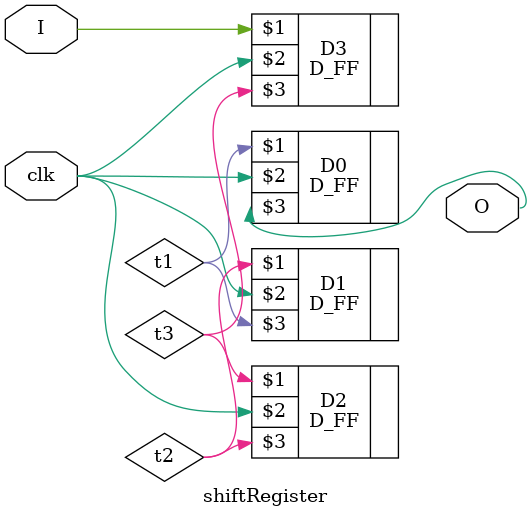
<source format=v>
module shiftRegister(I, clk, O);
input I, clk;
output O;

wire t3, t2, t1;

D_FF D3(I, clk, t3, );
D_FF D2(t3, clk, t2, );
D_FF D1(t2, clk, t1, );
D_FF D0(t1, clk, O, );

endmodule
</source>
